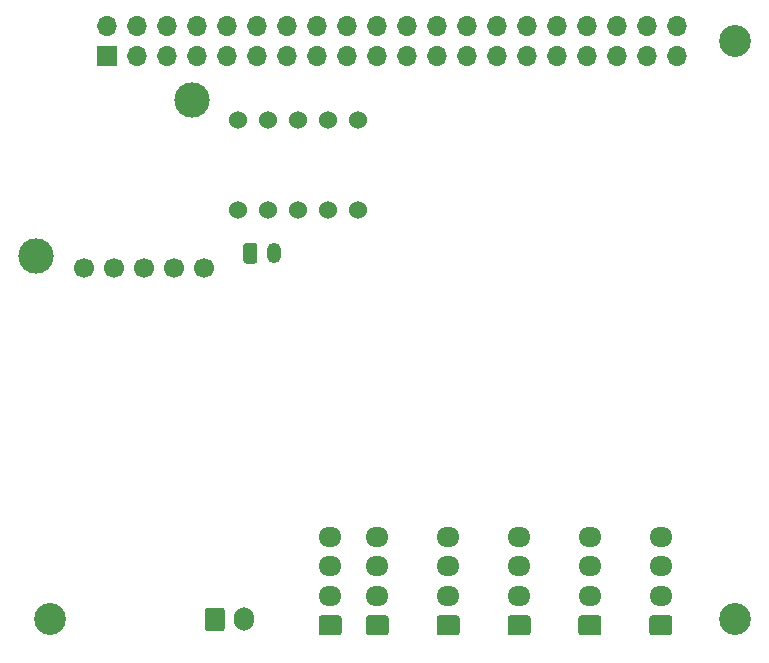
<source format=gbs>
G04 #@! TF.GenerationSoftware,KiCad,Pcbnew,(5.1.8)-1*
G04 #@! TF.CreationDate,2020-12-29T14:13:16+09:00*
G04 #@! TF.ProjectId,RasPi4-UART-RS485,52617350-6934-42d5-9541-52542d525334,rev?*
G04 #@! TF.SameCoordinates,Original*
G04 #@! TF.FileFunction,Soldermask,Bot*
G04 #@! TF.FilePolarity,Negative*
%FSLAX46Y46*%
G04 Gerber Fmt 4.6, Leading zero omitted, Abs format (unit mm)*
G04 Created by KiCad (PCBNEW (5.1.8)-1) date 2020-12-29 14:13:16*
%MOMM*%
%LPD*%
G01*
G04 APERTURE LIST*
%ADD10C,2.700000*%
%ADD11C,1.524000*%
%ADD12O,1.200000X1.750000*%
%ADD13C,1.700000*%
%ADD14C,3.000000*%
%ADD15O,1.950000X1.700000*%
%ADD16R,1.700000X1.700000*%
%ADD17O,1.700000X1.700000*%
%ADD18O,1.700000X2.000000*%
G04 APERTURE END LIST*
D10*
X261500000Y-97500000D03*
D11*
X229580000Y-111810000D03*
X227040000Y-111810000D03*
X224500000Y-111810000D03*
X221960000Y-111810000D03*
X219420000Y-111810000D03*
X219420000Y-104190000D03*
X221960000Y-104190000D03*
X224500000Y-104190000D03*
X227040000Y-104190000D03*
X229580000Y-104190000D03*
D12*
X222500000Y-115500000D03*
G36*
G01*
X219900000Y-116125001D02*
X219900000Y-114874999D01*
G75*
G02*
X220149999Y-114625000I249999J0D01*
G01*
X220850001Y-114625000D01*
G75*
G02*
X221100000Y-114874999I0J-249999D01*
G01*
X221100000Y-116125001D01*
G75*
G02*
X220850001Y-116375000I-249999J0D01*
G01*
X220149999Y-116375000D01*
G75*
G02*
X219900000Y-116125001I0J249999D01*
G01*
G37*
D13*
X206420000Y-116750000D03*
X208960000Y-116750000D03*
X211500000Y-116750000D03*
X214040000Y-116750000D03*
X216580000Y-116750000D03*
D14*
X202356000Y-115734000D03*
X215564000Y-102526000D03*
D15*
X231250000Y-139500000D03*
X231250000Y-142000000D03*
X231250000Y-144500000D03*
G36*
G01*
X231975000Y-147850000D02*
X230525000Y-147850000D01*
G75*
G02*
X230275000Y-147600000I0J250000D01*
G01*
X230275000Y-146400000D01*
G75*
G02*
X230525000Y-146150000I250000J0D01*
G01*
X231975000Y-146150000D01*
G75*
G02*
X232225000Y-146400000I0J-250000D01*
G01*
X232225000Y-147600000D01*
G75*
G02*
X231975000Y-147850000I-250000J0D01*
G01*
G37*
X255250000Y-139500000D03*
X255250000Y-142000000D03*
X255250000Y-144500000D03*
G36*
G01*
X255975000Y-147850000D02*
X254525000Y-147850000D01*
G75*
G02*
X254275000Y-147600000I0J250000D01*
G01*
X254275000Y-146400000D01*
G75*
G02*
X254525000Y-146150000I250000J0D01*
G01*
X255975000Y-146150000D01*
G75*
G02*
X256225000Y-146400000I0J-250000D01*
G01*
X256225000Y-147600000D01*
G75*
G02*
X255975000Y-147850000I-250000J0D01*
G01*
G37*
X249250000Y-139500000D03*
X249250000Y-142000000D03*
X249250000Y-144500000D03*
G36*
G01*
X249975000Y-147850000D02*
X248525000Y-147850000D01*
G75*
G02*
X248275000Y-147600000I0J250000D01*
G01*
X248275000Y-146400000D01*
G75*
G02*
X248525000Y-146150000I250000J0D01*
G01*
X249975000Y-146150000D01*
G75*
G02*
X250225000Y-146400000I0J-250000D01*
G01*
X250225000Y-147600000D01*
G75*
G02*
X249975000Y-147850000I-250000J0D01*
G01*
G37*
X243250000Y-139500000D03*
X243250000Y-142000000D03*
X243250000Y-144500000D03*
G36*
G01*
X243975000Y-147850000D02*
X242525000Y-147850000D01*
G75*
G02*
X242275000Y-147600000I0J250000D01*
G01*
X242275000Y-146400000D01*
G75*
G02*
X242525000Y-146150000I250000J0D01*
G01*
X243975000Y-146150000D01*
G75*
G02*
X244225000Y-146400000I0J-250000D01*
G01*
X244225000Y-147600000D01*
G75*
G02*
X243975000Y-147850000I-250000J0D01*
G01*
G37*
X237250000Y-139500000D03*
X237250000Y-142000000D03*
X237250000Y-144500000D03*
G36*
G01*
X237975000Y-147850000D02*
X236525000Y-147850000D01*
G75*
G02*
X236275000Y-147600000I0J250000D01*
G01*
X236275000Y-146400000D01*
G75*
G02*
X236525000Y-146150000I250000J0D01*
G01*
X237975000Y-146150000D01*
G75*
G02*
X238225000Y-146400000I0J-250000D01*
G01*
X238225000Y-147600000D01*
G75*
G02*
X237975000Y-147850000I-250000J0D01*
G01*
G37*
X227250000Y-139500000D03*
X227250000Y-142000000D03*
X227250000Y-144500000D03*
G36*
G01*
X227975000Y-147850000D02*
X226525000Y-147850000D01*
G75*
G02*
X226275000Y-147600000I0J250000D01*
G01*
X226275000Y-146400000D01*
G75*
G02*
X226525000Y-146150000I250000J0D01*
G01*
X227975000Y-146150000D01*
G75*
G02*
X228225000Y-146400000I0J-250000D01*
G01*
X228225000Y-147600000D01*
G75*
G02*
X227975000Y-147850000I-250000J0D01*
G01*
G37*
D16*
X208370000Y-98770000D03*
D17*
X208370000Y-96230000D03*
X210910000Y-98770000D03*
X210910000Y-96230000D03*
X213450000Y-98770000D03*
X213450000Y-96230000D03*
X215990000Y-98770000D03*
X215990000Y-96230000D03*
X218530000Y-98770000D03*
X218530000Y-96230000D03*
X221070000Y-98770000D03*
X221070000Y-96230000D03*
X223610000Y-98770000D03*
X223610000Y-96230000D03*
X226150000Y-98770000D03*
X226150000Y-96230000D03*
X228690000Y-98770000D03*
X228690000Y-96230000D03*
X231230000Y-98770000D03*
X231230000Y-96230000D03*
X233770000Y-98770000D03*
X233770000Y-96230000D03*
X236310000Y-98770000D03*
X236310000Y-96230000D03*
X238850000Y-98770000D03*
X238850000Y-96230000D03*
X241390000Y-98770000D03*
X241390000Y-96230000D03*
X243930000Y-98770000D03*
X243930000Y-96230000D03*
X246470000Y-98770000D03*
X246470000Y-96230000D03*
X249010000Y-98770000D03*
X249010000Y-96230000D03*
X251550000Y-98770000D03*
X251550000Y-96230000D03*
X254090000Y-98770000D03*
X254090000Y-96230000D03*
X256630000Y-98770000D03*
X256630000Y-96230000D03*
D10*
X261500000Y-146500000D03*
X203500000Y-146500000D03*
G36*
G01*
X216650000Y-147250000D02*
X216650000Y-145750000D01*
G75*
G02*
X216900000Y-145500000I250000J0D01*
G01*
X218100000Y-145500000D01*
G75*
G02*
X218350000Y-145750000I0J-250000D01*
G01*
X218350000Y-147250000D01*
G75*
G02*
X218100000Y-147500000I-250000J0D01*
G01*
X216900000Y-147500000D01*
G75*
G02*
X216650000Y-147250000I0J250000D01*
G01*
G37*
D18*
X220000000Y-146500000D03*
M02*

</source>
